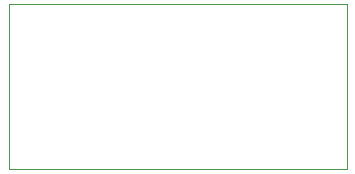
<source format=gbr>
%TF.GenerationSoftware,KiCad,Pcbnew,7.0.8*%
%TF.CreationDate,2025-03-02T18:31:22+01:00*%
%TF.ProjectId,a2keyboardToPCT-XT2AT,61326b65-7962-46f6-9172-64546f504354,rev?*%
%TF.SameCoordinates,Original*%
%TF.FileFunction,Profile,NP*%
%FSLAX46Y46*%
G04 Gerber Fmt 4.6, Leading zero omitted, Abs format (unit mm)*
G04 Created by KiCad (PCBNEW 7.0.8) date 2025-03-02 18:31:22*
%MOMM*%
%LPD*%
G01*
G04 APERTURE LIST*
%TA.AperFunction,Profile*%
%ADD10C,0.100000*%
%TD*%
G04 APERTURE END LIST*
D10*
X50800000Y-45085000D02*
X79375000Y-45085000D01*
X79375000Y-59055000D01*
X50800000Y-59055000D01*
X50800000Y-45085000D01*
M02*

</source>
